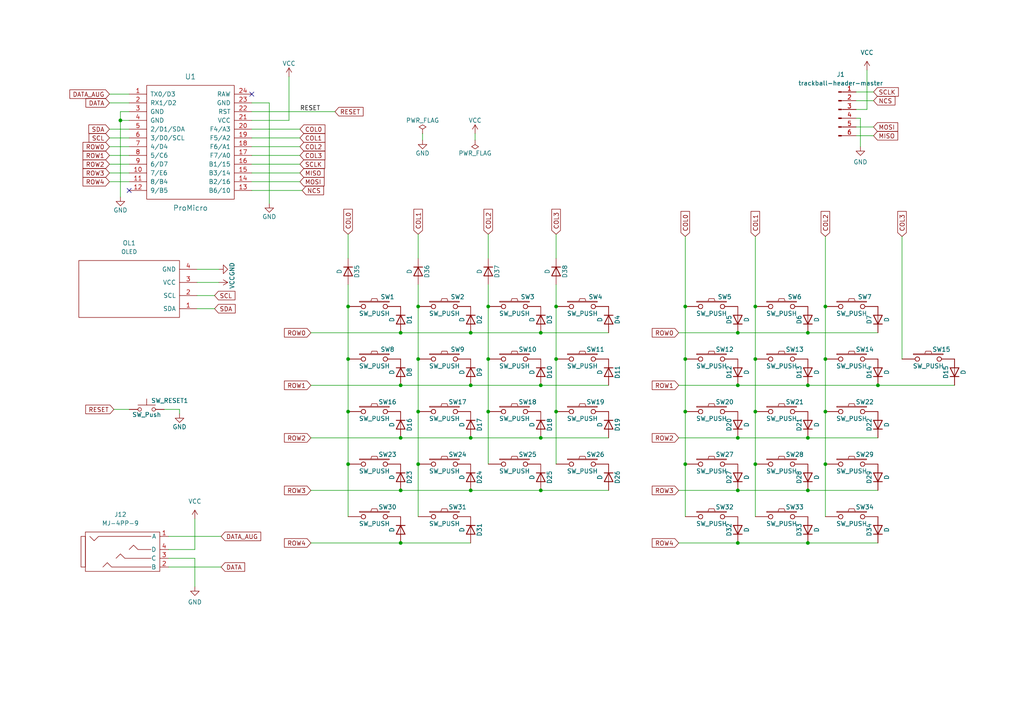
<source format=kicad_sch>
(kicad_sch (version 20230121) (generator eeschema)
  (paper "A4")
  (lib_symbols
    (symbol "Device:D" (pin_numbers hide) (pin_names (offset 1.016) hide)
      (property "Reference" "D" (at 0 2.54 0))
      (property "Value" "D" (at 0 -2.54 0))
      (symbol "D_0_1"
        (polyline (pts (xy -1.27 1.27) (xy -1.27 -1.27)) (stroke (width 0.254)))
        (polyline (pts (xy 1.27 0) (xy -1.27 0)))
        (polyline (pts (xy 1.27 1.27) (xy 1.27 -1.27) (xy -1.27 0) (xy 1.27 1.27)) (stroke (width 0.254)))
      )
      (symbol "D_1_1"
        (pin passive line (at -3.81 0 0) (length 2.54) (name "K") (number "1"))
        (pin passive line (at 3.81 0 180) (length 2.54) (name "A") (number "2"))
      )
    )
    (symbol "MJ-4PP-9:MJ-4PP-9" (pin_names (offset 1.016))
      (property "Reference" "J" (at 0 7.62 0))
      (property "Value" "MJ-4PP-9" (at 0 -8.89 0))
      (symbol "MJ-4PP-9_0_1"
        (rectangle (start -10.16 3.81) (end -11.43 -5.08))
        (polyline (pts (xy 8.89 -5.08) (xy -2.54 -5.08) (xy -3.81 -3.81) (xy -5.08 -5.08)))
        (polyline (pts (xy 8.89 -2.54) (xy 1.27 -2.54) (xy 0 -1.27) (xy -1.27 -2.54)))
        (polyline (pts (xy 8.89 0) (xy 5.08 0) (xy 3.81 1.27) (xy 2.54 0)))
        (polyline (pts (xy 8.89 3.81) (xy -6.35 3.81) (xy -7.62 2.54) (xy -8.89 3.81)))
        (rectangle (start 11.43 5.08) (end -10.16 -6.35))
      )
      (symbol "MJ-4PP-9_1_1"
        (pin input line (at 13.97 3.81 180) (length 2.54) (name "A") (number "1"))
        (pin input line (at 13.97 -5.08 180) (length 2.54) (name "B") (number "2"))
        (pin input line (at 13.97 -2.54 180) (length 2.54) (name "C") (number "3"))
        (pin input line (at 13.97 0 180) (length 2.54) (name "D") (number "4"))
      )
    )
    (symbol "Switch:SW_Push" (pin_numbers hide) (pin_names (offset 1.016) hide)
      (property "Reference" "SW" (at 1.27 2.54 0))
      (property "Value" "SW_Push" (at 0 -1.524 0))
      (symbol "SW_Push_0_1"
        (circle (center -2.032 0) (radius 0.508))
        (polyline (pts (xy 0 1.27) (xy 0 3.048)))
        (polyline (pts (xy 2.54 1.27) (xy -2.54 1.27)))
        (circle (center 2.032 0) (radius 0.508))
        (pin passive line (at -5.08 0 0) (length 2.54) (name "1") (number "1"))
        (pin passive line (at 5.08 0 180) (length 2.54) (name "2") (number "2"))
      )
    )
    (symbol "kbd:OLED" (pin_names (offset 1.016))
      (property "Reference" "OL" (at 0 2.54 0))
      (property "Value" "OLED" (at 0 -1.27 0))
      (symbol "OLED_0_1"
        (rectangle (start -13.97 8.89) (end 15.24 -7.62))
      )
      (symbol "OLED_1_1"
        (pin bidirectional line (at -19.05 6.35 0) (length 5.08) (name "SDA") (number "1"))
        (pin bidirectional line (at -19.05 2.54 0) (length 5.08) (name "SCL") (number "2"))
        (pin power_in line (at -19.05 -1.27 0) (length 5.08) (name "VCC") (number "3"))
        (pin power_in line (at -19.05 -5.08 0) (length 5.08) (name "GND") (number "4"))
      )
    )
    (symbol "kbd:ProMicro" (pin_names (offset 1.016))
      (property "Reference" "U" (at 0 19.05 0))
      (property "Value" "ProMicro" (at 0 -19.05 0))
      (symbol "ProMicro_0_1"
        (rectangle (start -12.7 16.51) (end 12.7 -16.51))
      )
      (symbol "ProMicro_1_1"
        (pin bidirectional line (at -17.78 13.97 0) (length 5.08) (name "TX0/D3") (number "1"))
        (pin bidirectional line (at -17.78 -8.89 0) (length 5.08) (name "7/E6") (number "10"))
        (pin bidirectional line (at -17.78 -11.43 0) (length 5.08) (name "8/B4") (number "11"))
        (pin bidirectional line (at -17.78 -13.97 0) (length 5.08) (name "9/B5") (number "12"))
        (pin bidirectional line (at 17.78 -13.97 180) (length 5.08) (name "B6/10") (number "13"))
        (pin bidirectional line (at 17.78 -11.43 180) (length 5.08) (name "B2/16") (number "14"))
        (pin bidirectional line (at 17.78 -8.89 180) (length 5.08) (name "B3/14") (number "15"))
        (pin bidirectional line (at 17.78 -6.35 180) (length 5.08) (name "B1/15") (number "16"))
        (pin bidirectional line (at 17.78 -3.81 180) (length 5.08) (name "F7/A0") (number "17"))
        (pin bidirectional line (at 17.78 -1.27 180) (length 5.08) (name "F6/A1") (number "18"))
        (pin bidirectional line (at 17.78 1.27 180) (length 5.08) (name "F5/A2") (number "19"))
        (pin bidirectional line (at -17.78 11.43 0) (length 5.08) (name "RX1/D2") (number "2"))
        (pin bidirectional line (at 17.78 3.81 180) (length 5.08) (name "F4/A3") (number "20"))
        (pin power_in line (at 17.78 6.35 180) (length 5.08) (name "VCC") (number "21"))
        (pin input line (at 17.78 8.89 180) (length 5.08) (name "RST") (number "22"))
        (pin power_in line (at 17.78 11.43 180) (length 5.08) (name "GND") (number "23"))
        (pin power_out line (at 17.78 13.97 180) (length 5.08) (name "RAW") (number "24"))
        (pin power_in line (at -17.78 8.89 0) (length 5.08) (name "GND") (number "3"))
        (pin power_in line (at -17.78 6.35 0) (length 5.08) (name "GND") (number "4"))
        (pin bidirectional line (at -17.78 3.81 0) (length 5.08) (name "2/D1/SDA") (number "5"))
        (pin bidirectional line (at -17.78 1.27 0) (length 5.08) (name "3/D0/SCL") (number "6"))
        (pin bidirectional line (at -17.78 -1.27 0) (length 5.08) (name "4/D4") (number "7"))
        (pin bidirectional line (at -17.78 -3.81 0) (length 5.08) (name "5/C6") (number "8"))
        (pin bidirectional line (at -17.78 -6.35 0) (length 5.08) (name "6/D7") (number "9"))
      )
    )
    (symbol "kbd:SW_PUSH" (pin_numbers hide) (pin_names (offset 1.016) hide)
      (property "Reference" "SW" (at 3.81 2.794 0))
      (property "Value" "SW_PUSH" (at 0 -2.032 0))
      (symbol "SW_PUSH_0_1"
        (rectangle (start -4.318 1.27) (end 4.318 1.524))
        (polyline (pts (xy -1.016 1.524) (xy -0.762 2.286) (xy 0.762 2.286) (xy 1.016 1.524)))
        (pin passive inverted (at -7.62 0 0) (length 5.08) (name "1") (number "1"))
        (pin passive inverted (at 7.62 0 180) (length 5.08) (name "2") (number "2"))
      )
    )
    (symbol "power:GND" (power) (pin_names (offset 0))
      (property "Value" "GND" (at 0 -3.81 0))
      (symbol "GND_0_1"
        (polyline (pts (xy 0 0) (xy 0 -1.27) (xy 1.27 -1.27) (xy 0 -2.54) (xy -1.27 -1.27) (xy 0 -1.27)))
      )
      (symbol "GND_1_1"
        (pin power_in line (at 0 0 270) (length 0) hide (name "GND") (number "1"))
      )
    )
    (symbol "power:PWR_FLAG" (power) (pin_numbers hide) (pin_names (offset 0) hide)
      (property "Value" "PWR_FLAG" (at 0 3.81 0))
      (symbol "PWR_FLAG_0_0"
        (pin power_out line (at 0 0 90) (length 0) (name "pwr") (number "1"))
      )
      (symbol "PWR_FLAG_0_1"
        (polyline (pts (xy 0 0) (xy 0 1.27) (xy -1.016 1.905) (xy 0 2.54) (xy 1.016 1.905) (xy 0 1.27)))
      )
    )
    (symbol "power:VCC" (power) (pin_names (offset 0))
      (property "Value" "VCC" (at 0 3.81 0))
      (symbol "VCC_0_1"
        (polyline (pts (xy -0.762 1.27) (xy 0 2.54)))
        (polyline (pts (xy 0 0) (xy 0 2.54)))
        (polyline (pts (xy 0 2.54) (xy 0.762 1.27)))
      )
      (symbol "VCC_1_1"
        (pin power_in line (at 0 0 90) (length 0) hide (name "VCC") (number "1"))
      )
    )
    (symbol "tsuburin-keyboard:trackball-header-master" (pin_names (offset 1.016) hide)
      (property "Reference" "J1" (at 0.635 10.16 0))
      (property "Value" "trackball-header-master" (at 0.635 7.62 0))
      (symbol "trackball-header-master_1_1"
        (polyline (pts (xy 1.27 -7.62) (xy 0.8636 -7.62)) (stroke (width 0.1524)))
        (polyline (pts (xy 1.27 -5.08) (xy 0.8636 -5.08)) (stroke (width 0.1524)))
        (polyline (pts (xy 1.27 -2.54) (xy 0.8636 -2.54)) (stroke (width 0.1524)))
        (polyline (pts (xy 1.27 0) (xy 0.8636 0)) (stroke (width 0.1524)))
        (polyline (pts (xy 1.27 2.54) (xy 0.8636 2.54)) (stroke (width 0.1524)))
        (polyline (pts (xy 1.27 5.08) (xy 0.8636 5.08)) (stroke (width 0.1524)))
        (rectangle (start 0 0.127) (end 0.8636 -0.127) (stroke (width 0.1524)) (fill (type outline)))
        (rectangle (start 0.8636 -7.493) (end 0 -7.747) (stroke (width 0.1524)) (fill (type outline)))
        (rectangle (start 0.8636 -4.953) (end 0 -5.207) (stroke (width 0.1524)) (fill (type outline)))
        (rectangle (start 0.8636 -2.413) (end 0 -2.667) (stroke (width 0.1524)) (fill (type outline)))
        (rectangle (start 0.8636 2.667) (end 0 2.413) (stroke (width 0.1524)) (fill (type outline)))
        (rectangle (start 0.8636 5.207) (end 0 4.953) (stroke (width 0.1524)) (fill (type outline)))
        (pin output line (at 5.08 5.08 180) (length 3.81) (name "SCLK") (number "1"))
        (pin output line (at 5.08 2.54 180) (length 3.81) (name "NCS") (number "2"))
        (pin power_out line (at 5.08 0 180) (length 3.81) (name "VCC") (number "3"))
        (pin power_out line (at 5.08 -2.54 180) (length 3.81) (name "GND") (number "4"))
        (pin output line (at 5.08 -5.08 180) (length 3.81) (name "MOSI") (number "5"))
        (pin input line (at 5.08 -7.62 180) (length 3.81) (name "MISO") (number "6"))
      )
    )
  )
  (junction (at 198.755 134.62))
  (junction (at 136.525 96.52))
  (junction (at 213.995 142.24))
  (junction (at 156.845 96.52))
  (junction (at 116.205 96.52))
  (junction (at 239.395 134.62))
  (junction (at 141.605 88.9))
  (junction (at 121.285 104.14))
  (junction (at 141.605 119.38))
  (junction (at 234.315 111.76))
  (junction (at 100.965 104.14))
  (junction (at 234.315 96.52))
  (junction (at 161.29 119.38))
  (junction (at 198.755 104.14))
  (junction (at 136.525 111.76))
  (junction (at 213.995 111.76))
  (junction (at 116.205 127))
  (junction (at 116.205 157.48))
  (junction (at 213.995 127))
  (junction (at 219.075 104.14))
  (junction (at 239.395 119.38))
  (junction (at 34.925 34.925))
  (junction (at 239.395 104.14))
  (junction (at 136.525 127))
  (junction (at 234.315 142.24))
  (junction (at 161.29 88.9))
  (junction (at 156.845 127))
  (junction (at 239.395 88.9))
  (junction (at 100.965 88.9))
  (junction (at 234.315 157.48))
  (junction (at 121.285 134.62))
  (junction (at 219.075 88.9))
  (junction (at 219.075 134.62))
  (junction (at 213.995 96.52))
  (junction (at 121.285 88.9))
  (junction (at 116.205 111.76))
  (junction (at 100.965 119.38))
  (junction (at 219.075 119.38))
  (junction (at 254.635 111.76))
  (junction (at 213.995 157.48))
  (junction (at 156.845 111.76))
  (junction (at 161.29 104.14))
  (junction (at 141.605 104.14))
  (junction (at 100.965 134.62))
  (junction (at 116.205 142.24))
  (junction (at 198.755 88.9))
  (junction (at 156.845 142.24))
  (junction (at 136.525 142.24))
  (junction (at 121.285 119.38))
  (junction (at 234.315 127))
  (junction (at 198.755 119.38))
  (no_connect (at 37.465 55.245))
  (no_connect (at 73.025 27.305))
  (wire (pts (xy 100.965 104.14) (xy 100.965 119.38)))
  (wire (pts (xy 141.605 82.55) (xy 141.605 88.9)))
  (wire (pts (xy 31.75 29.845) (xy 37.465 29.845)))
  (wire (pts (xy 31.75 42.545) (xy 37.465 42.545)))
  (wire (pts (xy 73.025 52.705) (xy 86.995 52.705)))
  (wire (pts (xy 63.5 81.915) (xy 57.15 81.915)))
  (wire (pts (xy 156.845 111.76) (xy 176.53 111.76)))
  (wire (pts (xy 31.75 27.305) (xy 37.465 27.305)))
  (wire (pts (xy 161.29 67.945) (xy 161.29 74.93)))
  (wire (pts (xy 100.965 88.9) (xy 100.965 104.14)))
  (wire (pts (xy 31.75 47.625) (xy 37.465 47.625)))
  (wire (pts (xy 116.205 127) (xy 136.525 127)))
  (wire (pts (xy 141.605 104.14) (xy 141.605 119.38)))
  (wire (pts (xy 198.755 88.9) (xy 198.755 104.14)))
  (wire (pts (xy 253.365 29.21) (xy 248.285 29.21)))
  (wire (pts (xy 219.075 88.9) (xy 219.075 104.14)))
  (wire (pts (xy 83.82 34.925) (xy 73.025 34.925)))
  (wire (pts (xy 141.605 88.9) (xy 141.605 104.14)))
  (wire (pts (xy 100.965 74.93) (xy 100.965 67.945)))
  (wire (pts (xy 121.285 119.38) (xy 121.285 134.62)))
  (wire (pts (xy 161.29 88.9) (xy 161.29 104.14)))
  (wire (pts (xy 248.285 34.29) (xy 249.555 34.29)))
  (wire (pts (xy 156.845 96.52) (xy 176.53 96.52)))
  (wire (pts (xy 100.965 134.62) (xy 100.965 149.86)))
  (wire (pts (xy 198.755 119.38) (xy 198.755 134.62)))
  (wire (pts (xy 121.285 104.14) (xy 121.285 119.38)))
  (wire (pts (xy 251.46 31.75) (xy 251.46 20.32)))
  (wire (pts (xy 234.315 96.52) (xy 254.635 96.52)))
  (wire (pts (xy 136.525 142.24) (xy 156.845 142.24)))
  (wire (pts (xy 248.285 31.75) (xy 251.46 31.75)))
  (wire (pts (xy 196.85 111.76) (xy 213.995 111.76)))
  (wire (pts (xy 196.85 96.52) (xy 213.995 96.52)))
  (wire (pts (xy 213.995 127) (xy 234.315 127)))
  (wire (pts (xy 73.025 45.085) (xy 86.995 45.085)))
  (wire (pts (xy 156.845 127) (xy 176.53 127)))
  (wire (pts (xy 196.85 142.24) (xy 213.995 142.24)))
  (wire (pts (xy 219.075 119.38) (xy 219.075 134.62)))
  (wire (pts (xy 47.625 118.745) (xy 52.07 118.745)))
  (wire (pts (xy 90.17 111.76) (xy 116.205 111.76)))
  (wire (pts (xy 31.75 50.165) (xy 37.465 50.165)))
  (wire (pts (xy 219.075 68.58) (xy 219.075 88.9)))
  (wire (pts (xy 213.995 157.48) (xy 234.315 157.48)))
  (wire (pts (xy 90.17 142.24) (xy 116.205 142.24)))
  (wire (pts (xy 122.555 40.64) (xy 122.555 38.735)))
  (wire (pts (xy 137.795 38.735) (xy 137.795 40.64)))
  (wire (pts (xy 34.925 34.925) (xy 37.465 34.925)))
  (wire (pts (xy 90.17 96.52) (xy 116.205 96.52)))
  (wire (pts (xy 90.17 127) (xy 116.205 127)))
  (wire (pts (xy 198.755 134.62) (xy 198.755 149.86)))
  (wire (pts (xy 136.525 111.76) (xy 156.845 111.76)))
  (wire (pts (xy 196.85 127) (xy 213.995 127)))
  (wire (pts (xy 141.605 74.93) (xy 141.605 67.945)))
  (wire (pts (xy 83.82 22.225) (xy 83.82 34.925)))
  (wire (pts (xy 253.365 26.67) (xy 248.285 26.67)))
  (wire (pts (xy 161.29 82.55) (xy 161.29 88.9)))
  (wire (pts (xy 31.75 37.465) (xy 37.465 37.465)))
  (wire (pts (xy 73.025 37.465) (xy 86.995 37.465)))
  (wire (pts (xy 73.025 40.005) (xy 86.995 40.005)))
  (wire (pts (xy 136.525 96.52) (xy 156.845 96.52)))
  (wire (pts (xy 253.365 36.83) (xy 248.285 36.83)))
  (wire (pts (xy 73.025 32.385) (xy 97.155 32.385)))
  (wire (pts (xy 48.895 159.385) (xy 56.515 159.385)))
  (wire (pts (xy 31.75 40.005) (xy 37.465 40.005)))
  (wire (pts (xy 239.395 134.62) (xy 239.395 149.86)))
  (wire (pts (xy 121.285 82.55) (xy 121.285 88.9)))
  (wire (pts (xy 62.23 89.535) (xy 57.15 89.535)))
  (wire (pts (xy 234.315 111.76) (xy 254.635 111.76)))
  (wire (pts (xy 37.465 32.385) (xy 34.925 32.385)))
  (wire (pts (xy 234.315 157.48) (xy 254.635 157.48)))
  (wire (pts (xy 219.075 134.62) (xy 219.075 149.86)))
  (wire (pts (xy 33.02 118.745) (xy 37.465 118.745)))
  (wire (pts (xy 48.895 161.925) (xy 56.515 161.925)))
  (wire (pts (xy 239.395 88.9) (xy 239.395 104.14)))
  (wire (pts (xy 48.895 164.465) (xy 64.135 164.465)))
  (wire (pts (xy 73.025 42.545) (xy 86.995 42.545)))
  (wire (pts (xy 63.5 78.105) (xy 57.15 78.105)))
  (wire (pts (xy 239.395 68.58) (xy 239.395 88.9)))
  (wire (pts (xy 73.025 55.245) (xy 87.63 55.245)))
  (wire (pts (xy 31.75 52.705) (xy 37.465 52.705)))
  (wire (pts (xy 73.025 50.165) (xy 86.995 50.165)))
  (wire (pts (xy 34.925 32.385) (xy 34.925 34.925)))
  (wire (pts (xy 161.29 104.14) (xy 161.29 119.38)))
  (wire (pts (xy 121.285 134.62) (xy 121.285 149.86)))
  (wire (pts (xy 198.755 104.14) (xy 198.755 119.38)))
  (wire (pts (xy 213.995 96.52) (xy 234.315 96.52)))
  (wire (pts (xy 253.365 39.37) (xy 248.285 39.37)))
  (wire (pts (xy 219.075 104.14) (xy 219.075 119.38)))
  (wire (pts (xy 136.525 127) (xy 156.845 127)))
  (wire (pts (xy 213.995 142.24) (xy 234.315 142.24)))
  (wire (pts (xy 239.395 104.14) (xy 239.395 119.38)))
  (wire (pts (xy 234.315 142.24) (xy 254.635 142.24)))
  (wire (pts (xy 73.025 47.625) (xy 86.995 47.625)))
  (wire (pts (xy 78.105 29.845) (xy 78.105 59.055)))
  (wire (pts (xy 239.395 119.38) (xy 239.395 134.62)))
  (wire (pts (xy 116.205 142.24) (xy 136.525 142.24)))
  (wire (pts (xy 116.205 111.76) (xy 136.525 111.76)))
  (wire (pts (xy 234.315 127) (xy 254.635 127)))
  (wire (pts (xy 213.995 157.48) (xy 196.85 157.48)))
  (wire (pts (xy 121.285 67.945) (xy 121.285 74.93)))
  (wire (pts (xy 56.515 159.385) (xy 56.515 150.495)))
  (wire (pts (xy 90.17 157.48) (xy 116.205 157.48)))
  (wire (pts (xy 121.285 88.9) (xy 121.285 104.14)))
  (wire (pts (xy 100.965 82.55) (xy 100.965 88.9)))
  (wire (pts (xy 116.205 96.52) (xy 136.525 96.52)))
  (wire (pts (xy 31.75 45.085) (xy 37.465 45.085)))
  (wire (pts (xy 156.845 142.24) (xy 176.53 142.24)))
  (wire (pts (xy 161.29 119.38) (xy 161.29 134.62)))
  (wire (pts (xy 34.925 34.925) (xy 34.925 57.15)))
  (wire (pts (xy 116.205 157.48) (xy 136.525 157.48)))
  (wire (pts (xy 62.23 85.725) (xy 57.15 85.725)))
  (wire (pts (xy 73.025 29.845) (xy 78.105 29.845)))
  (wire (pts (xy 254.635 111.76) (xy 276.86 111.76)))
  (wire (pts (xy 249.555 34.29) (xy 249.555 42.545)))
  (wire (pts (xy 56.515 161.925) (xy 56.515 170.18)))
  (wire (pts (xy 52.07 118.745) (xy 52.07 120.015)))
  (wire (pts (xy 213.995 111.76) (xy 234.315 111.76)))
  (wire (pts (xy 100.965 119.38) (xy 100.965 134.62)))
  (wire (pts (xy 141.605 119.38) (xy 141.605 134.62)))
  (wire (pts (xy 261.62 68.58) (xy 261.62 104.14)))
  (wire (pts (xy 48.895 155.575) (xy 64.135 155.575)))
  (wire (pts (xy 198.755 68.58) (xy 198.755 88.9)))
  (label "RESET" (at 86.995 32.385 0))
  (global_label "ROW2" (shape input) (at 196.85 127 180) (property "Intersheetrefs" "${INTERSHEET_REFS}" (effects hide)))
  (global_label "ROW1" (shape input) (at 196.85 111.76 180) (property "Intersheetrefs" "${INTERSHEET_REFS}" (effects hide)))
  (global_label "SCLK" (shape input) (at 253.365 26.67 0) (property "Intersheetrefs" "${INTERSHEET_REFS}" (effects hide)))
  (global_label "SCLK" (shape input) (at 86.995 47.625 0) (property "Intersheetrefs" "${INTERSHEET_REFS}" (effects hide)))
  (global_label "COL3" (shape input) (at 261.62 68.58 90) (property "Intersheetrefs" "${INTERSHEET_REFS}" (effects hide)))
  (global_label "DATA" (shape input) (at 31.75 29.845 180) (property "Intersheetrefs" "${INTERSHEET_REFS}" (effects hide)))
  (global_label "COL2" (shape input) (at 141.605 67.945 90) (property "Intersheetrefs" "${INTERSHEET_REFS}" (effects hide)))
  (global_label "ROW0" (shape input) (at 90.17 96.52 180) (property "Intersheetrefs" "${INTERSHEET_REFS}" (effects hide)))
  (global_label "DATA" (shape input) (at 64.135 164.465 0) (property "Intersheetrefs" "${INTERSHEET_REFS}" (effects hide)))
  (global_label "ROW3" (shape input) (at 90.17 142.24 180) (property "Intersheetrefs" "${INTERSHEET_REFS}" (effects hide)))
  (global_label "ROW3" (shape input) (at 196.85 142.24 180) (property "Intersheetrefs" "${INTERSHEET_REFS}" (effects hide)))
  (global_label "MISO" (shape input) (at 253.365 39.37 0) (property "Intersheetrefs" "${INTERSHEET_REFS}" (effects hide)))
  (global_label "ROW4" (shape input) (at 196.85 157.48 180) (property "Intersheetrefs" "${INTERSHEET_REFS}" (effects hide)))
  (global_label "COL1" (shape input) (at 121.285 67.945 90) (property "Intersheetrefs" "${INTERSHEET_REFS}" (effects hide)))
  (global_label "ROW1" (shape input) (at 90.17 111.76 180) (property "Intersheetrefs" "${INTERSHEET_REFS}" (effects hide)))
  (global_label "ROW2" (shape input) (at 31.75 47.625 180) (property "Intersheetrefs" "${INTERSHEET_REFS}" (effects hide)))
  (global_label "NCS" (shape input) (at 87.63 55.245 0) (property "Intersheetrefs" "${INTERSHEET_REFS}" (effects hide)))
  (global_label "ROW4" (shape input) (at 90.17 157.48 180) (property "Intersheetrefs" "${INTERSHEET_REFS}" (effects hide)))
  (global_label "ROW0" (shape input) (at 31.75 42.545 180) (property "Intersheetrefs" "${INTERSHEET_REFS}" (effects hide)))
  (global_label "MISO" (shape input) (at 86.995 50.165 0) (property "Intersheetrefs" "${INTERSHEET_REFS}" (effects hide)))
  (global_label "COL2" (shape input) (at 239.395 68.58 90) (property "Intersheetrefs" "${INTERSHEET_REFS}" (effects hide)))
  (global_label "COL0" (shape input) (at 100.965 67.945 90) (property "Intersheetrefs" "${INTERSHEET_REFS}" (effects hide)))
  (global_label "SCL" (shape input) (at 31.75 40.005 180) (property "Intersheetrefs" "${INTERSHEET_REFS}" (effects hide)))
  (global_label "MOSI" (shape input) (at 253.365 36.83 0) (property "Intersheetrefs" "${INTERSHEET_REFS}" (effects hide)))
  (global_label "NCS" (shape input) (at 253.365 29.21 0) (property "Intersheetrefs" "${INTERSHEET_REFS}" (effects hide)))
  (global_label "COL3" (shape input) (at 86.995 45.085 0) (property "Intersheetrefs" "${INTERSHEET_REFS}" (effects hide)))
  (global_label "RESET" (shape input) (at 33.02 118.745 180) (property "Intersheetrefs" "${INTERSHEET_REFS}" (effects hide)))
  (global_label "RESET" (shape input) (at 97.155 32.385 0) (property "Intersheetrefs" "${INTERSHEET_REFS}" (effects hide)))
  (global_label "COL1" (shape input) (at 86.995 40.005 0) (property "Intersheetrefs" "${INTERSHEET_REFS}" (effects hide)))
  (global_label "ROW0" (shape input) (at 196.85 96.52 180) (property "Intersheetrefs" "${INTERSHEET_REFS}" (effects hide)))
  (global_label "COL2" (shape input) (at 86.995 42.545 0) (property "Intersheetrefs" "${INTERSHEET_REFS}" (effects hide)))
  (global_label "COL0" (shape input) (at 86.995 37.465 0) (property "Intersheetrefs" "${INTERSHEET_REFS}" (effects hide)))
  (global_label "ROW2" (shape input) (at 90.17 127 180) (property "Intersheetrefs" "${INTERSHEET_REFS}" (effects hide)))
  (global_label "COL0" (shape input) (at 198.755 68.58 90) (property "Intersheetrefs" "${INTERSHEET_REFS}" (effects hide)))
  (global_label "SDA" (shape input) (at 62.23 89.535 0) (property "Intersheetrefs" "${INTERSHEET_REFS}" (effects hide)))
  (global_label "ROW4" (shape input) (at 31.75 52.705 180) (property "Intersheetrefs" "${INTERSHEET_REFS}" (effects hide)))
  (global_label "COL3" (shape input) (at 161.29 67.945 90) (property "Intersheetrefs" "${INTERSHEET_REFS}" (effects hide)))
  (global_label "DATA_AUG" (shape input) (at 31.75 27.305 180) (property "Intersheetrefs" "${INTERSHEET_REFS}" (effects hide)))
  (global_label "ROW1" (shape input) (at 31.75 45.085 180) (property "Intersheetrefs" "${INTERSHEET_REFS}" (effects hide)))
  (global_label "COL1" (shape input) (at 219.075 68.58 90) (property "Intersheetrefs" "${INTERSHEET_REFS}" (effects hide)))
  (global_label "MOSI" (shape input) (at 86.995 52.705 0) (property "Intersheetrefs" "${INTERSHEET_REFS}" (effects hide)))
  (global_label "SDA" (shape input) (at 31.75 37.465 180) (property "Intersheetrefs" "${INTERSHEET_REFS}" (effects hide)))
  (global_label "ROW3" (shape input) (at 31.75 50.165 180) (property "Intersheetrefs" "${INTERSHEET_REFS}" (effects hide)))
  (global_label "SCL" (shape input) (at 62.23 85.725 0) (property "Intersheetrefs" "${INTERSHEET_REFS}" (effects hide)))
  (global_label "DATA_AUG" (shape input) (at 64.135 155.575 0) (property "Intersheetrefs" "${INTERSHEET_REFS}" (effects hide)))
  (symbol (lib_id "Device:D") (at 234.315 92.71 90) (unit 1)
    (property "Reference" "D6" (at 231.775 92.71 0))
    (property "Value" "D" (at 236.855 92.71 0))
    (property "Footprint" "kbd:D3_SMD_v2" (effects hide))
    (property "Sim.Device" "D" (effects hide))
    (property "Sim.Pins" "1=K 2=A" (effects hide))
  )
  (symbol (lib_id "Device:D") (at 136.525 138.43 270) (unit 1)
    (property "Reference" "D24" (at 139.065 138.43 0))
    (property "Value" "D" (at 133.985 138.43 0))
    (property "Footprint" "kbd:D3_SMD_v2" (effects hide))
    (property "Sim.Device" "D" (effects hide))
    (property "Sim.Pins" "1=K 2=A" (effects hide))
  )
  (symbol (lib_id "Device:D") (at 234.315 138.43 90) (unit 1)
    (property "Reference" "D28" (at 231.775 138.43 0))
    (property "Value" "D" (at 236.855 138.43 0))
    (property "Footprint" "kbd:D3_SMD_v2" (effects hide))
    (property "Sim.Device" "D" (effects hide))
    (property "Sim.Pins" "1=K 2=A" (effects hide))
  )
  (symbol (lib_id "kbd:SW_PUSH") (at 108.585 134.62 0) (unit 1)
    (property "Reference" "SW23" (at 112.395 131.826 0))
    (property "Value" "SW_PUSH" (at 108.585 136.652 0))
    (property "Footprint" "keyswitches:Kailh_socket_MX" (effects hide))
  )
  (symbol (lib_id "kbd:ProMicro") (at 55.245 41.275 0) (unit 1)
    (property "Reference" "U1" (at 55.245 22.225 0) (effects (font (size 1.524 1.524))))
    (property "Value" "ProMicro" (at 55.245 60.325 0) (effects (font (size 1.524 1.524))))
    (property "Footprint" "kbd:ProMicro_v3" (effects hide))
  )
  (symbol (lib_id "kbd:SW_PUSH") (at 149.225 119.38 0) (unit 1)
    (property "Reference" "SW18" (at 153.035 116.586 0))
    (property "Value" "SW_PUSH" (at 149.225 121.412 0))
    (property "Footprint" "keyswitches:Kailh_socket_MX" (effects hide))
  )
  (symbol (lib_id "Device:D") (at 254.635 123.19 90) (unit 1)
    (property "Reference" "D22" (at 252.095 123.19 0))
    (property "Value" "D" (at 257.175 123.19 0))
    (property "Footprint" "kbd:D3_SMD_v2" (effects hide))
    (property "Sim.Device" "D" (effects hide))
    (property "Sim.Pins" "1=K 2=A" (effects hide))
  )
  (symbol (lib_id "power:VCC") (at 63.5 81.915 270) (unit 1)
    (property "Reference" "#PWR07" (effects hide))
    (property "Value" "VCC" (at 67.31 81.915 0))
  )
  (symbol (lib_id "Device:D") (at 213.995 138.43 90) (unit 1)
    (property "Reference" "D27" (at 211.455 138.43 0))
    (property "Value" "D" (at 216.535 138.43 0))
    (property "Footprint" "kbd:D3_SMD_v2" (effects hide))
    (property "Sim.Device" "D" (effects hide))
    (property "Sim.Pins" "1=K 2=A" (effects hide))
  )
  (symbol (lib_id "kbd:SW_PUSH") (at 168.91 104.14 0) (unit 1)
    (property "Reference" "SW11" (at 172.72 101.346 0))
    (property "Value" "SW_PUSH" (at 168.91 106.172 0))
    (property "Footprint" "keyswitches:Kailh_socket_MX" (effects hide))
  )
  (symbol (lib_id "kbd:SW_PUSH") (at 128.905 88.9 0) (unit 1)
    (property "Reference" "SW2" (at 132.715 86.106 0))
    (property "Value" "SW_PUSH" (at 128.905 90.932 0))
    (property "Footprint" "keyswitches:Kailh_socket_MX" (effects hide))
  )
  (symbol (lib_id "Device:D") (at 156.845 92.71 270) (unit 1)
    (property "Reference" "D3" (at 159.385 92.71 0))
    (property "Value" "D" (at 154.305 92.71 0))
    (property "Footprint" "kbd:D3_SMD_v2" (effects hide))
    (property "Sim.Device" "D" (effects hide))
    (property "Sim.Pins" "1=K 2=A" (effects hide))
  )
  (symbol (lib_id "power:VCC") (at 56.515 150.495 0) (unit 1)
    (property "Reference" "#PWR09" (effects hide))
    (property "Value" "VCC" (at 56.515 145.415 0))
  )
  (symbol (lib_id "kbd:SW_PUSH") (at 168.91 134.62 0) (unit 1)
    (property "Reference" "SW26" (at 172.72 131.826 0))
    (property "Value" "SW_PUSH" (at 168.91 136.652 0))
    (property "Footprint" "keyswitches:Kailh_socket_MX" (effects hide))
  )
  (symbol (lib_id "tsuburin-keyboard:trackball-header-master") (at 243.205 31.75 0) (unit 1)
    (property "Reference" "J1" (at 243.84 21.59 0))
    (property "Value" "trackball-header-master" (at 243.84 24.13 0))
    (property "Footprint" "tsuburin-keyboard:keyball_trackball_header_master" (effects hide))
  )
  (symbol (lib_id "power:GND") (at 249.555 42.545 0) (unit 1)
    (property "Reference" "#PWR012" (effects hide))
    (property "Value" "GND" (at 249.555 46.99 0))
  )
  (symbol (lib_id "Device:D") (at 116.205 123.19 270) (unit 1)
    (property "Reference" "D16" (at 118.745 123.19 0))
    (property "Value" "D" (at 113.665 123.19 0))
    (property "Footprint" "kbd:D3_SMD_v2" (effects hide))
    (property "Sim.Device" "D" (effects hide))
    (property "Sim.Pins" "1=K 2=A" (effects hide))
  )
  (symbol (lib_id "kbd:SW_PUSH") (at 226.695 134.62 0) (unit 1)
    (property "Reference" "SW28" (at 230.505 131.826 0))
    (property "Value" "SW_PUSH" (at 226.695 136.652 0))
    (property "Footprint" "keyswitches:Kailh_socket_MX" (effects hide))
  )
  (symbol (lib_id "kbd:SW_PUSH") (at 206.375 88.9 0) (unit 1)
    (property "Reference" "SW5" (at 210.185 86.106 0))
    (property "Value" "SW_PUSH" (at 206.375 90.932 0))
    (property "Footprint" "keyswitches:Kailh_socket_MX" (effects hide))
  )
  (symbol (lib_id "Device:D") (at 141.605 78.74 270) (unit 1)
    (property "Reference" "D37" (at 144.145 78.74 0))
    (property "Value" "D" (at 139.065 78.74 0))
    (property "Footprint" "kbd:D3_SMD_v2" (effects hide))
    (property "Sim.Device" "D" (effects hide))
    (property "Sim.Pins" "1=K 2=A" (effects hide))
  )
  (symbol (lib_id "power:GND") (at 34.925 57.15 0) (unit 1)
    (property "Reference" "#PWR04" (effects hide))
    (property "Value" "GND" (at 34.925 60.96 0))
  )
  (symbol (lib_id "kbd:SW_PUSH") (at 168.91 119.38 0) (unit 1)
    (property "Reference" "SW19" (at 172.72 116.586 0))
    (property "Value" "SW_PUSH" (at 168.91 121.412 0))
    (property "Footprint" "keyswitches:Kailh_socket_MX" (effects hide))
  )
  (symbol (lib_id "power:PWR_FLAG") (at 122.555 38.735 0) (unit 1)
    (property "Reference" "#FLG01" (effects hide))
    (property "Value" "PWR_FLAG" (at 122.555 34.925 0))
  )
  (symbol (lib_id "kbd:SW_PUSH") (at 226.695 149.86 0) (unit 1)
    (property "Reference" "SW33" (at 230.505 147.066 0))
    (property "Value" "SW_PUSH" (at 226.695 151.892 0))
    (property "Footprint" "keyswitches:Kailh_socket_MX" (effects hide))
  )
  (symbol (lib_id "kbd:SW_PUSH") (at 108.585 119.38 0) (unit 1)
    (property "Reference" "SW16" (at 112.395 116.586 0))
    (property "Value" "SW_PUSH" (at 108.585 121.412 0))
    (property "Footprint" "keyswitches:Kailh_socket_MX" (effects hide))
  )
  (symbol (lib_id "Device:D") (at 100.965 78.74 270) (unit 1)
    (property "Reference" "D35" (at 103.505 78.74 0))
    (property "Value" "D" (at 98.425 78.74 0))
    (property "Footprint" "kbd:D3_SMD_v2" (effects hide))
    (property "Sim.Device" "D" (effects hide))
    (property "Sim.Pins" "1=K 2=A" (effects hide))
  )
  (symbol (lib_id "Device:D") (at 116.205 153.67 270) (unit 1)
    (property "Reference" "D30" (effects hide))
    (property "Value" "D" (at 113.665 153.67 0))
    (property "Footprint" "kbd:D3_SMD_v2" (effects hide))
    (property "Sim.Device" "D" (effects hide))
    (property "Sim.Pins" "1=K 2=A" (effects hide))
  )
  (symbol (lib_id "Device:D") (at 276.86 107.95 90) (unit 1)
    (property "Reference" "D15" (at 274.32 107.95 0))
    (property "Value" "D" (at 279.4 107.95 0))
    (property "Footprint" "kbd:D3_SMD_v2" (effects hide))
    (property "Sim.Device" "D" (effects hide))
    (property "Sim.Pins" "1=K 2=A" (effects hide))
  )
  (symbol (lib_id "kbd:SW_PUSH") (at 128.905 149.86 0) (unit 1)
    (property "Reference" "SW31" (at 132.715 147.066 0))
    (property "Value" "SW_PUSH" (at 128.905 151.892 0))
    (property "Footprint" "tsuburin-keyboard:CherryMX_Choc_Hotswap" (effects hide))
  )
  (symbol (lib_id "Device:D") (at 213.995 153.67 90) (unit 1)
    (property "Reference" "D32" (at 211.455 153.67 0))
    (property "Value" "D" (at 216.535 153.67 0))
    (property "Footprint" "kbd:D3_SMD_v2" (effects hide))
    (property "Sim.Device" "D" (effects hide))
    (property "Sim.Pins" "1=K 2=A" (effects hide))
  )
  (symbol (lib_id "MJ-4PP-9:MJ-4PP-9") (at 34.925 159.385 0) (unit 1)
    (property "Reference" "J12" (at 34.925 149.225 0))
    (property "Value" "MJ-4PP-9" (at 34.925 151.765 0))
    (property "Footprint" "MJ-4PP-9:MJ-4PP-9" (effects hide))
  )
  (symbol (lib_id "kbd:SW_PUSH") (at 206.375 149.86 0) (unit 1)
    (property "Reference" "SW32" (at 210.185 147.066 0))
    (property "Value" "SW_PUSH" (at 206.375 151.892 0))
    (property "Footprint" "keyswitches:Kailh_socket_MX" (effects hide))
  )
  (symbol (lib_id "kbd:SW_PUSH") (at 247.015 88.9 0) (unit 1)
    (property "Reference" "SW7" (at 250.825 86.106 0))
    (property "Value" "SW_PUSH" (at 247.015 90.932 0))
    (property "Footprint" "keyswitches:Kailh_socket_MX" (effects hide))
  )
  (symbol (lib_id "Device:D") (at 254.635 107.95 90) (unit 1)
    (property "Reference" "D14" (at 252.095 107.95 0))
    (property "Value" "D" (at 257.175 107.95 0))
    (property "Footprint" "kbd:D3_SMD_v2" (effects hide))
    (property "Sim.Device" "D" (effects hide))
    (property "Sim.Pins" "1=K 2=A" (effects hide))
  )
  (symbol (lib_id "Switch:SW_Push") (at 42.545 118.745 0) (unit 1)
    (property "Reference" "SW_RESET1" (at 43.815 116.205 0) (effects (justify left)))
    (property "Value" "SW_Push" (at 42.545 120.269 0))
    (property "Footprint" "kbd:ResetSW_1side" (effects hide))
  )
  (symbol (lib_id "Device:D") (at 234.315 123.19 90) (unit 1)
    (property "Reference" "D21" (at 231.775 123.19 0))
    (property "Value" "D" (at 236.855 123.19 0))
    (property "Footprint" "kbd:D3_SMD_v2" (effects hide))
    (property "Sim.Device" "D" (effects hide))
    (property "Sim.Pins" "1=K 2=A" (effects hide))
  )
  (symbol (lib_id "power:GND") (at 63.5 78.105 90) (unit 1)
    (property "Reference" "#PWR06" (effects hide))
    (property "Value" "GND" (at 67.31 78.105 0))
  )
  (symbol (lib_id "Device:D") (at 156.845 123.19 270) (unit 1)
    (property "Reference" "D18" (at 159.385 123.19 0))
    (property "Value" "D" (at 154.305 123.19 0))
    (property "Footprint" "kbd:D3_SMD_v2" (effects hide))
    (property "Sim.Device" "D" (effects hide))
    (property "Sim.Pins" "1=K 2=A" (effects hide))
  )
  (symbol (lib_id "kbd:SW_PUSH") (at 128.905 134.62 0) (unit 1)
    (property "Reference" "SW24" (at 132.715 131.826 0))
    (property "Value" "SW_PUSH" (at 128.905 136.652 0))
    (property "Footprint" "keyswitches:Kailh_socket_MX" (effects hide))
  )
  (symbol (lib_id "Device:D") (at 213.995 107.95 90) (unit 1)
    (property "Reference" "D12" (at 211.455 107.95 0))
    (property "Value" "D" (at 216.535 107.95 0))
    (property "Footprint" "kbd:D3_SMD_v2" (effects hide))
    (property "Sim.Device" "D" (effects hide))
    (property "Sim.Pins" "1=K 2=A" (effects hide))
  )
  (symbol (lib_id "Device:D") (at 121.285 78.74 270) (unit 1)
    (property "Reference" "D36" (at 123.825 78.74 0))
    (property "Value" "D" (at 118.745 78.74 0))
    (property "Footprint" "kbd:D3_SMD_v2" (effects hide))
    (property "Sim.Device" "D" (effects hide))
    (property "Sim.Pins" "1=K 2=A" (effects hide))
  )
  (symbol (lib_id "kbd:OLED") (at 38.1 83.185 180) (unit 1)
    (property "Reference" "OL1" (at 37.465 70.485 0) (effects (font (size 1.2954 1.2954))))
    (property "Value" "OLED" (at 37.465 73.025 0) (effects (font (size 1.1938 1.1938))))
    (property "Footprint" "kbd:OLED_v2" (effects hide))
  )
  (symbol (lib_id "Device:D") (at 116.205 138.43 270) (unit 1)
    (property "Reference" "D23" (at 118.745 138.43 0))
    (property "Value" "D" (at 113.665 138.43 0))
    (property "Footprint" "kbd:D3_SMD_v2" (effects hide))
    (property "Sim.Device" "D" (effects hide))
    (property "Sim.Pins" "1=K 2=A" (effects hide))
  )
  (symbol (lib_id "kbd:SW_PUSH") (at 247.015 119.38 0) (unit 1)
    (property "Reference" "SW22" (at 250.825 116.586 0))
    (property "Value" "SW_PUSH" (at 247.015 121.412 0))
    (property "Footprint" "keyswitches:Kailh_socket_MX" (effects hide))
  )
  (symbol (lib_id "kbd:SW_PUSH") (at 247.015 104.14 0) (unit 1)
    (property "Reference" "SW14" (at 250.825 101.346 0))
    (property "Value" "SW_PUSH" (at 247.015 106.172 0))
    (property "Footprint" "keyswitches:Kailh_socket_MX" (effects hide))
  )
  (symbol (lib_id "kbd:SW_PUSH") (at 206.375 134.62 0) (unit 1)
    (property "Reference" "SW27" (at 210.185 131.826 0))
    (property "Value" "SW_PUSH" (at 206.375 136.652 0))
    (property "Footprint" "keyswitches:Kailh_socket_MX" (effects hide))
  )
  (symbol (lib_id "Device:D") (at 116.205 107.95 270) (unit 1)
    (property "Reference" "D8" (at 118.745 107.95 0))
    (property "Value" "D" (at 113.665 107.95 0))
    (property "Footprint" "kbd:D3_SMD_v2" (effects hide))
    (property "Sim.Device" "D" (effects hide))
    (property "Sim.Pins" "1=K 2=A" (effects hide))
  )
  (symbol (lib_id "kbd:SW_PUSH") (at 226.695 88.9 0) (unit 1)
    (property "Reference" "SW6" (at 230.505 86.106 0))
    (property "Value" "SW_PUSH" (at 226.695 90.932 0))
    (property "Footprint" "keyswitches:Kailh_socket_MX" (effects hide))
  )
  (symbol (lib_id "Device:D") (at 254.635 92.71 90) (unit 1)
    (property "Reference" "D7" (at 252.095 92.71 0))
    (property "Value" "D" (at 257.175 92.71 0))
    (property "Footprint" "kbd:D3_SMD_v2" (effects hide))
    (property "Sim.Device" "D" (effects hide))
    (property "Sim.Pins" "1=K 2=A" (effects hide))
  )
  (symbol (lib_id "kbd:SW_PUSH") (at 168.91 88.9 0) (unit 1)
    (property "Reference" "SW4" (at 172.72 86.106 0))
    (property "Value" "SW_PUSH" (at 168.91 90.932 0))
    (property "Footprint" "keyswitches:Kailh_socket_MX" (effects hide))
  )
  (symbol (lib_id "kbd:SW_PUSH") (at 149.225 104.14 0) (unit 1)
    (property "Reference" "SW10" (at 153.035 101.346 0))
    (property "Value" "SW_PUSH" (at 149.225 106.172 0))
    (property "Footprint" "keyswitches:Kailh_socket_MX" (effects hide))
  )
  (symbol (lib_id "kbd:SW_PUSH") (at 247.015 134.62 0) (unit 1)
    (property "Reference" "SW29" (at 250.825 131.826 0))
    (property "Value" "SW_PUSH" (at 247.015 136.652 0))
    (property "Footprint" "keyswitches:Kailh_socket_MX" (effects hide))
  )
  (symbol (lib_id "Device:D") (at 176.53 107.95 270) (unit 1)
    (property "Reference" "D11" (at 179.07 107.95 0))
    (property "Value" "D" (at 173.99 107.95 0))
    (property "Footprint" "kbd:D3_SMD_v2" (effects hide))
    (property "Sim.Device" "D" (effects hide))
    (property "Sim.Pins" "1=K 2=A" (effects hide))
  )
  (symbol (lib_id "kbd:SW_PUSH") (at 226.695 119.38 0) (unit 1)
    (property "Reference" "SW21" (at 230.505 116.586 0))
    (property "Value" "SW_PUSH" (at 226.695 121.412 0))
    (property "Footprint" "keyswitches:Kailh_socket_MX" (effects hide))
  )
  (symbol (lib_id "power:GND") (at 56.515 170.18 0) (unit 1)
    (property "Reference" "#PWR010" (effects hide))
    (property "Value" "GND" (at 56.515 174.625 0))
  )
  (symbol (lib_id "kbd:SW_PUSH") (at 226.695 104.14 0) (unit 1)
    (property "Reference" "SW13" (at 230.505 101.346 0))
    (property "Value" "SW_PUSH" (at 226.695 106.172 0))
    (property "Footprint" "keyswitches:Kailh_socket_MX" (effects hide))
  )
  (symbol (lib_id "Device:D") (at 234.315 153.67 90) (unit 1)
    (property "Reference" "D33" (at 231.775 153.67 0))
    (property "Value" "D" (at 236.855 153.67 0))
    (property "Footprint" "kbd:D3_SMD_v2" (effects hide))
    (property "Sim.Device" "D" (effects hide))
    (property "Sim.Pins" "1=K 2=A" (effects hide))
  )
  (symbol (lib_id "kbd:SW_PUSH") (at 128.905 104.14 0) (unit 1)
    (property "Reference" "SW9" (at 132.715 101.346 0))
    (property "Value" "SW_PUSH" (at 128.905 106.172 0))
    (property "Footprint" "keyswitches:Kailh_socket_MX" (effects hide))
  )
  (symbol (lib_id "Device:D") (at 254.635 138.43 90) (unit 1)
    (property "Reference" "D29" (at 252.095 138.43 0))
    (property "Value" "D" (at 257.175 138.43 0))
    (property "Footprint" "kbd:D3_SMD_v2" (effects hide))
    (property "Sim.Device" "D" (effects hide))
    (property "Sim.Pins" "1=K 2=A" (effects hide))
  )
  (symbol (lib_id "Device:D") (at 254.635 153.67 90) (unit 1)
    (property "Reference" "D34" (at 252.095 153.67 0))
    (property "Value" "D" (at 257.175 153.67 0))
    (property "Footprint" "kbd:D3_SMD_v2" (effects hide))
    (property "Sim.Device" "D" (effects hide))
    (property "Sim.Pins" "1=K 2=A" (effects hide))
  )
  (symbol (lib_id "Device:D") (at 136.525 123.19 270) (unit 1)
    (property "Reference" "D17" (at 139.065 123.19 0))
    (property "Value" "D" (at 133.985 123.19 0))
    (property "Footprint" "kbd:D3_SMD_v2" (effects hide))
    (property "Sim.Device" "D" (effects hide))
    (property "Sim.Pins" "1=K 2=A" (effects hide))
  )
  (symbol (lib_id "kbd:SW_PUSH") (at 108.585 88.9 0) (unit 1)
    (property "Reference" "SW1" (at 112.395 86.106 0))
    (property "Value" "SW_PUSH" (at 108.585 90.932 0))
    (property "Footprint" "keyswitches:Kailh_socket_MX" (effects hide))
  )
  (symbol (lib_id "power:PWR_FLAG") (at 137.795 40.64 180) (unit 1)
    (property "Reference" "#FLG02" (effects hide))
    (property "Value" "PWR_FLAG" (at 137.795 44.45 0))
  )
  (symbol (lib_id "Device:D") (at 176.53 92.71 270) (unit 1)
    (property "Reference" "D4" (at 179.07 92.71 0))
    (property "Value" "D" (at 173.99 92.71 0))
    (property "Footprint" "kbd:D3_SMD_v2" (effects hide))
    (property "Sim.Device" "D" (effects hide))
    (property "Sim.Pins" "1=K 2=A" (effects hide))
  )
  (symbol (lib_id "Device:D") (at 161.29 78.74 270) (unit 1)
    (property "Reference" "D38" (at 163.83 78.74 0))
    (property "Value" "D" (at 158.75 78.74 0))
    (property "Footprint" "kbd:D3_SMD_v2" (effects hide))
    (property "Sim.Device" "D" (effects hide))
    (property "Sim.Pins" "1=K 2=A" (effects hide))
  )
  (symbol (lib_id "Device:D") (at 234.315 107.95 90) (unit 1)
    (property "Reference" "D13" (at 231.775 107.95 0))
    (property "Value" "D" (at 236.855 107.95 0))
    (property "Footprint" "kbd:D3_SMD_v2" (effects hide))
    (property "Sim.Device" "D" (effects hide))
    (property "Sim.Pins" "1=K 2=A" (effects hide))
  )
  (symbol (lib_id "Device:D") (at 136.525 92.71 270) (unit 1)
    (property "Reference" "D2" (at 139.065 92.71 0))
    (property "Value" "D" (at 133.985 92.71 0))
    (property "Footprint" "kbd:D3_SMD_v2" (effects hide))
    (property "Sim.Device" "D" (effects hide))
    (property "Sim.Pins" "1=K 2=A" (effects hide))
  )
  (symbol (lib_id "kbd:SW_PUSH") (at 108.585 149.86 0) (unit 1)
    (property "Reference" "SW30" (at 112.395 147.066 0))
    (property "Value" "SW_PUSH" (at 108.585 151.892 0))
    (property "Footprint" "tsuburin-keyboard:CherryMX_Choc_Hotswap" (effects hide))
  )
  (symbol (lib_id "power:GND") (at 52.07 120.015 0) (unit 1)
    (property "Reference" "#PWR08" (effects hide))
    (property "Value" "GND" (at 52.07 123.825 0))
  )
  (symbol (lib_id "power:GND") (at 78.105 59.055 0) (unit 1)
    (property "Reference" "#PWR05" (effects hide))
    (property "Value" "GND" (at 78.105 62.865 0))
  )
  (symbol (lib_id "kbd:SW_PUSH") (at 149.225 88.9 0) (unit 1)
    (property "Reference" "SW3" (at 153.035 86.106 0))
    (property "Value" "SW_PUSH" (at 149.225 90.932 0))
    (property "Footprint" "keyswitches:Kailh_socket_MX" (effects hide))
  )
  (symbol (lib_id "Device:D") (at 136.525 107.95 270) (unit 1)
    (property "Reference" "D9" (at 139.065 107.95 0))
    (property "Value" "D" (at 133.985 107.95 0))
    (property "Footprint" "kbd:D3_SMD_v2" (effects hide))
    (property "Sim.Device" "D" (effects hide))
    (property "Sim.Pins" "1=K 2=A" (effects hide))
  )
  (symbol (lib_id "power:VCC") (at 137.795 38.735 0) (unit 1)
    (property "Reference" "#PWR02" (effects hide))
    (property "Value" "VCC" (at 137.795 34.925 0))
  )
  (symbol (lib_id "Device:D") (at 213.995 92.71 90) (unit 1)
    (property "Reference" "D5" (at 211.455 92.71 0))
    (property "Value" "D" (at 216.535 92.71 0))
    (property "Footprint" "kbd:D3_SMD_v2" (effects hide))
    (property "Sim.Device" "D" (effects hide))
    (property "Sim.Pins" "1=K 2=A" (effects hide))
  )
  (symbol (lib_id "power:GND") (at 122.555 40.64 0) (unit 1)
    (property "Reference" "#PWR03" (effects hide))
    (property "Value" "GND" (at 122.555 44.45 0))
  )
  (symbol (lib_id "kbd:SW_PUSH") (at 108.585 104.14 0) (unit 1)
    (property "Reference" "SW8" (at 112.395 101.346 0))
    (property "Value" "SW_PUSH" (at 108.585 106.172 0))
    (property "Footprint" "keyswitches:Kailh_socket_MX" (effects hide))
  )
  (symbol (lib_id "Device:D") (at 176.53 123.19 270) (unit 1)
    (property "Reference" "D19" (at 179.07 123.19 0))
    (property "Value" "D" (at 173.99 123.19 0))
    (property "Footprint" "kbd:D3_SMD_v2" (effects hide))
    (property "Sim.Device" "D" (effects hide))
    (property "Sim.Pins" "1=K 2=A" (effects hide))
  )
  (symbol (lib_id "Device:D") (at 176.53 138.43 270) (unit 1)
    (property "Reference" "D26" (at 179.07 138.43 0))
    (property "Value" "D" (at 173.99 138.43 0))
    (property "Footprint" "kbd:D3_SMD_v2" (effects hide))
    (property "Sim.Device" "D" (effects hide))
    (property "Sim.Pins" "1=K 2=A" (effects hide))
  )
  (symbol (lib_id "Device:D") (at 156.845 138.43 270) (unit 1)
    (property "Reference" "D25" (at 159.385 138.43 0))
    (property "Value" "D" (at 154.305 138.43 0))
    (property "Footprint" "kbd:D3_SMD_v2" (effects hide))
    (property "Sim.Device" "D" (effects hide))
    (property "Sim.Pins" "1=K 2=A" (effects hide))
  )
  (symbol (lib_id "Device:D") (at 116.205 92.71 270) (unit 1)
    (property "Reference" "D1" (at 118.745 92.71 0))
    (property "Value" "D" (at 113.665 92.71 0))
    (property "Footprint" "kbd:D3_SMD_v2" (effects hide))
    (property "Sim.Device" "D" (effects hide))
    (property "Sim.Pins" "1=K 2=A" (effects hide))
  )
  (symbol (lib_id "kbd:SW_PUSH") (at 206.375 104.14 0) (unit 1)
    (property "Reference" "SW12" (at 210.185 101.346 0))
    (property "Value" "SW_PUSH" (at 206.375 106.172 0))
    (property "Footprint" "keyswitches:Kailh_socket_MX" (effects hide))
  )
  (symbol (lib_id "kbd:SW_PUSH") (at 149.225 134.62 0) (unit 1)
    (property "Reference" "SW25" (at 153.035 131.826 0))
    (property "Value" "SW_PUSH" (at 149.225 136.652 0))
    (property "Footprint" "keyswitches:Kailh_socket_MX" (effects hide))
  )
  (symbol (lib_id "power:VCC") (at 83.82 22.225 0) (unit 1)
    (property "Reference" "#PWR01" (effects hide))
    (property "Value" "VCC" (at 83.82 18.415 0))
  )
  (symbol (lib_id "kbd:SW_PUSH") (at 206.375 119.38 0) (unit 1)
    (property "Reference" "SW20" (at 210.185 116.586 0))
    (property "Value" "SW_PUSH" (at 206.375 121.412 0))
    (property "Footprint" "keyswitches:Kailh_socket_MX" (effects hide))
  )
  (symbol (lib_id "Device:D") (at 136.525 153.67 270) (unit 1)
    (property "Reference" "D31" (at 139.065 153.67 0))
    (property "Value" "D" (at 133.985 153.67 0))
    (property "Footprint" "kbd:D3_SMD_v2" (effects hide))
    (property "Sim.Device" "D" (effects hide))
    (property "Sim.Pins" "1=K 2=A" (effects hide))
  )
  (symbol (lib_id "kbd:SW_PUSH") (at 269.24 104.14 0) (unit 1)
    (property "Reference" "SW15" (at 273.05 101.346 0))
    (property "Value" "SW_PUSH" (at 269.24 106.172 0))
    (property "Footprint" "keyswitches:Kailh_socket_MX" (effects hide))
  )
  (symbol (lib_id "power:VCC") (at 251.46 20.32 0) (unit 1)
    (property "Reference" "#PWR011" (effects hide))
    (property "Value" "VCC" (at 251.46 15.24 0))
  )
  (symbol (lib_id "kbd:SW_PUSH") (at 128.905 119.38 0) (unit 1)
    (property "Reference" "SW17" (at 132.715 116.586 0))
    (property "Value" "SW_PUSH" (at 128.905 121.412 0))
    (property "Footprint" "keyswitches:Kailh_socket_MX" (effects hide))
  )
  (symbol (lib_id "Device:D") (at 156.845 107.95 270) (unit 1)
    (property "Reference" "D10" (at 159.385 107.95 0))
    (property "Value" "D" (at 154.305 107.95 0))
    (property "Footprint" "kbd:D3_SMD_v2" (effects hide))
    (property "Sim.Device" "D" (effects hide))
    (property "Sim.Pins" "1=K 2=A" (effects hide))
  )
  (symbol (lib_id "kbd:SW_PUSH") (at 247.015 149.86 0) (unit 1)
    (property "Reference" "SW34" (at 250.825 147.066 0))
    (property "Value" "SW_PUSH" (at 247.015 151.892 0))
    (property "Footprint" "keyswitches:Kailh_socket_MX" (effects hide))
  )
  (symbol (lib_id "Device:D") (at 213.995 123.19 90) (unit 1)
    (property "Reference" "D20" (at 211.455 123.19 0))
    (property "Value" "D" (at 216.535 123.19 0))
    (property "Footprint" "kbd:D3_SMD_v2" (effects hide))
    (property "Sim.Device" "D" (effects hide))
    (property "Sim.Pins" "1=K 2=A" (effects hide))
  )
)
</source>
